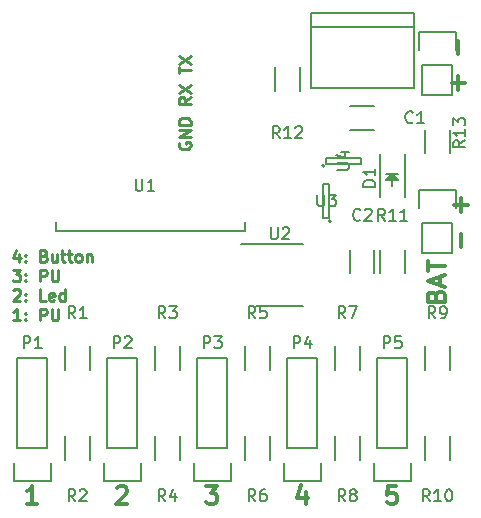
<source format=gto>
%TF.GenerationSoftware,KiCad,Pcbnew,4.0.2+dfsg1-stable*%
%TF.CreationDate,2016-09-15T08:37:13+02:00*%
%TF.ProjectId,esp8266-io-board,657370383236362D696F2D626F617264,rev?*%
%TF.FileFunction,Legend,Top*%
%FSLAX46Y46*%
G04 Gerber Fmt 4.6, Leading zero omitted, Abs format (unit mm)*
G04 Created by KiCad (PCBNEW 4.0.2+dfsg1-stable) date Thu Sep 15 08:37:13 2016*
%MOMM*%
G01*
G04 APERTURE LIST*
%ADD10C,0.350000*%
%ADD11C,0.250000*%
%ADD12C,0.300000*%
%ADD13C,0.150000*%
%ADD14C,0.152400*%
G04 APERTURE END LIST*
D10*
D11*
X128428667Y-95354714D02*
X128428667Y-96021381D01*
X128190571Y-94973762D02*
X127952476Y-95688048D01*
X128571524Y-95688048D01*
X128952476Y-95926143D02*
X129000095Y-95973762D01*
X128952476Y-96021381D01*
X128904857Y-95973762D01*
X128952476Y-95926143D01*
X128952476Y-96021381D01*
X128952476Y-95402333D02*
X129000095Y-95449952D01*
X128952476Y-95497571D01*
X128904857Y-95449952D01*
X128952476Y-95402333D01*
X128952476Y-95497571D01*
X130523905Y-95497571D02*
X130666762Y-95545190D01*
X130714381Y-95592810D01*
X130762000Y-95688048D01*
X130762000Y-95830905D01*
X130714381Y-95926143D01*
X130666762Y-95973762D01*
X130571524Y-96021381D01*
X130190571Y-96021381D01*
X130190571Y-95021381D01*
X130523905Y-95021381D01*
X130619143Y-95069000D01*
X130666762Y-95116619D01*
X130714381Y-95211857D01*
X130714381Y-95307095D01*
X130666762Y-95402333D01*
X130619143Y-95449952D01*
X130523905Y-95497571D01*
X130190571Y-95497571D01*
X131619143Y-95354714D02*
X131619143Y-96021381D01*
X131190571Y-95354714D02*
X131190571Y-95878524D01*
X131238190Y-95973762D01*
X131333428Y-96021381D01*
X131476286Y-96021381D01*
X131571524Y-95973762D01*
X131619143Y-95926143D01*
X131952476Y-95354714D02*
X132333428Y-95354714D01*
X132095333Y-95021381D02*
X132095333Y-95878524D01*
X132142952Y-95973762D01*
X132238190Y-96021381D01*
X132333428Y-96021381D01*
X132523905Y-95354714D02*
X132904857Y-95354714D01*
X132666762Y-95021381D02*
X132666762Y-95878524D01*
X132714381Y-95973762D01*
X132809619Y-96021381D01*
X132904857Y-96021381D01*
X133381048Y-96021381D02*
X133285810Y-95973762D01*
X133238191Y-95926143D01*
X133190572Y-95830905D01*
X133190572Y-95545190D01*
X133238191Y-95449952D01*
X133285810Y-95402333D01*
X133381048Y-95354714D01*
X133523906Y-95354714D01*
X133619144Y-95402333D01*
X133666763Y-95449952D01*
X133714382Y-95545190D01*
X133714382Y-95830905D01*
X133666763Y-95926143D01*
X133619144Y-95973762D01*
X133523906Y-96021381D01*
X133381048Y-96021381D01*
X134142953Y-95354714D02*
X134142953Y-96021381D01*
X134142953Y-95449952D02*
X134190572Y-95402333D01*
X134285810Y-95354714D01*
X134428668Y-95354714D01*
X134523906Y-95402333D01*
X134571525Y-95497571D01*
X134571525Y-96021381D01*
X127904857Y-96671381D02*
X128523905Y-96671381D01*
X128190571Y-97052333D01*
X128333429Y-97052333D01*
X128428667Y-97099952D01*
X128476286Y-97147571D01*
X128523905Y-97242810D01*
X128523905Y-97480905D01*
X128476286Y-97576143D01*
X128428667Y-97623762D01*
X128333429Y-97671381D01*
X128047714Y-97671381D01*
X127952476Y-97623762D01*
X127904857Y-97576143D01*
X128952476Y-97576143D02*
X129000095Y-97623762D01*
X128952476Y-97671381D01*
X128904857Y-97623762D01*
X128952476Y-97576143D01*
X128952476Y-97671381D01*
X128952476Y-97052333D02*
X129000095Y-97099952D01*
X128952476Y-97147571D01*
X128904857Y-97099952D01*
X128952476Y-97052333D01*
X128952476Y-97147571D01*
X130190571Y-97671381D02*
X130190571Y-96671381D01*
X130571524Y-96671381D01*
X130666762Y-96719000D01*
X130714381Y-96766619D01*
X130762000Y-96861857D01*
X130762000Y-97004714D01*
X130714381Y-97099952D01*
X130666762Y-97147571D01*
X130571524Y-97195190D01*
X130190571Y-97195190D01*
X131190571Y-96671381D02*
X131190571Y-97480905D01*
X131238190Y-97576143D01*
X131285809Y-97623762D01*
X131381047Y-97671381D01*
X131571524Y-97671381D01*
X131666762Y-97623762D01*
X131714381Y-97576143D01*
X131762000Y-97480905D01*
X131762000Y-96671381D01*
X127952476Y-98416619D02*
X128000095Y-98369000D01*
X128095333Y-98321381D01*
X128333429Y-98321381D01*
X128428667Y-98369000D01*
X128476286Y-98416619D01*
X128523905Y-98511857D01*
X128523905Y-98607095D01*
X128476286Y-98749952D01*
X127904857Y-99321381D01*
X128523905Y-99321381D01*
X128952476Y-99226143D02*
X129000095Y-99273762D01*
X128952476Y-99321381D01*
X128904857Y-99273762D01*
X128952476Y-99226143D01*
X128952476Y-99321381D01*
X128952476Y-98702333D02*
X129000095Y-98749952D01*
X128952476Y-98797571D01*
X128904857Y-98749952D01*
X128952476Y-98702333D01*
X128952476Y-98797571D01*
X130666762Y-99321381D02*
X130190571Y-99321381D01*
X130190571Y-98321381D01*
X131381048Y-99273762D02*
X131285810Y-99321381D01*
X131095333Y-99321381D01*
X131000095Y-99273762D01*
X130952476Y-99178524D01*
X130952476Y-98797571D01*
X131000095Y-98702333D01*
X131095333Y-98654714D01*
X131285810Y-98654714D01*
X131381048Y-98702333D01*
X131428667Y-98797571D01*
X131428667Y-98892810D01*
X130952476Y-98988048D01*
X132285810Y-99321381D02*
X132285810Y-98321381D01*
X132285810Y-99273762D02*
X132190572Y-99321381D01*
X132000095Y-99321381D01*
X131904857Y-99273762D01*
X131857238Y-99226143D01*
X131809619Y-99130905D01*
X131809619Y-98845190D01*
X131857238Y-98749952D01*
X131904857Y-98702333D01*
X132000095Y-98654714D01*
X132190572Y-98654714D01*
X132285810Y-98702333D01*
X128523905Y-100971381D02*
X127952476Y-100971381D01*
X128238190Y-100971381D02*
X128238190Y-99971381D01*
X128142952Y-100114238D01*
X128047714Y-100209476D01*
X127952476Y-100257095D01*
X128952476Y-100876143D02*
X129000095Y-100923762D01*
X128952476Y-100971381D01*
X128904857Y-100923762D01*
X128952476Y-100876143D01*
X128952476Y-100971381D01*
X128952476Y-100352333D02*
X129000095Y-100399952D01*
X128952476Y-100447571D01*
X128904857Y-100399952D01*
X128952476Y-100352333D01*
X128952476Y-100447571D01*
X130190571Y-100971381D02*
X130190571Y-99971381D01*
X130571524Y-99971381D01*
X130666762Y-100019000D01*
X130714381Y-100066619D01*
X130762000Y-100161857D01*
X130762000Y-100304714D01*
X130714381Y-100399952D01*
X130666762Y-100447571D01*
X130571524Y-100495190D01*
X130190571Y-100495190D01*
X131190571Y-99971381D02*
X131190571Y-100780905D01*
X131238190Y-100876143D01*
X131285809Y-100923762D01*
X131381047Y-100971381D01*
X131571524Y-100971381D01*
X131666762Y-100923762D01*
X131714381Y-100876143D01*
X131762000Y-100780905D01*
X131762000Y-99971381D01*
X141994000Y-85907143D02*
X141946381Y-86002381D01*
X141946381Y-86145238D01*
X141994000Y-86288096D01*
X142089238Y-86383334D01*
X142184476Y-86430953D01*
X142374952Y-86478572D01*
X142517810Y-86478572D01*
X142708286Y-86430953D01*
X142803524Y-86383334D01*
X142898762Y-86288096D01*
X142946381Y-86145238D01*
X142946381Y-86050000D01*
X142898762Y-85907143D01*
X142851143Y-85859524D01*
X142517810Y-85859524D01*
X142517810Y-86050000D01*
X142946381Y-85430953D02*
X141946381Y-85430953D01*
X142946381Y-84859524D01*
X141946381Y-84859524D01*
X142946381Y-84383334D02*
X141946381Y-84383334D01*
X141946381Y-84145239D01*
X141994000Y-84002381D01*
X142089238Y-83907143D01*
X142184476Y-83859524D01*
X142374952Y-83811905D01*
X142517810Y-83811905D01*
X142708286Y-83859524D01*
X142803524Y-83907143D01*
X142898762Y-84002381D01*
X142946381Y-84145239D01*
X142946381Y-84383334D01*
X142946381Y-82050000D02*
X142470190Y-82383334D01*
X142946381Y-82621429D02*
X141946381Y-82621429D01*
X141946381Y-82240476D01*
X141994000Y-82145238D01*
X142041619Y-82097619D01*
X142136857Y-82050000D01*
X142279714Y-82050000D01*
X142374952Y-82097619D01*
X142422571Y-82145238D01*
X142470190Y-82240476D01*
X142470190Y-82621429D01*
X141946381Y-81716667D02*
X142946381Y-81050000D01*
X141946381Y-81050000D02*
X142946381Y-81716667D01*
X141946381Y-80050000D02*
X141946381Y-79478571D01*
X142946381Y-79764286D02*
X141946381Y-79764286D01*
X141946381Y-79240476D02*
X142946381Y-78573809D01*
X141946381Y-78573809D02*
X142946381Y-79240476D01*
D12*
X165627857Y-77303572D02*
X165627857Y-78446429D01*
X165627857Y-80303572D02*
X165627857Y-81446429D01*
X165056429Y-80875000D02*
X166199286Y-80875000D01*
X163722857Y-98897142D02*
X163794286Y-98682856D01*
X163865714Y-98611428D01*
X164008571Y-98539999D01*
X164222857Y-98539999D01*
X164365714Y-98611428D01*
X164437143Y-98682856D01*
X164508571Y-98825714D01*
X164508571Y-99397142D01*
X163008571Y-99397142D01*
X163008571Y-98897142D01*
X163080000Y-98754285D01*
X163151429Y-98682856D01*
X163294286Y-98611428D01*
X163437143Y-98611428D01*
X163580000Y-98682856D01*
X163651429Y-98754285D01*
X163722857Y-98897142D01*
X163722857Y-99397142D01*
X164080000Y-97968571D02*
X164080000Y-97254285D01*
X164508571Y-98111428D02*
X163008571Y-97611428D01*
X164508571Y-97111428D01*
X163008571Y-96825714D02*
X163008571Y-95968571D01*
X164508571Y-96397142D02*
X163008571Y-96397142D01*
X165842143Y-94781428D02*
X165842143Y-93638571D01*
X165842143Y-91781428D02*
X165842143Y-90638571D01*
X166413571Y-91210000D02*
X165270714Y-91210000D01*
X160377144Y-115002571D02*
X159662858Y-115002571D01*
X159591429Y-115716857D01*
X159662858Y-115645429D01*
X159805715Y-115574000D01*
X160162858Y-115574000D01*
X160305715Y-115645429D01*
X160377144Y-115716857D01*
X160448572Y-115859714D01*
X160448572Y-116216857D01*
X160377144Y-116359714D01*
X160305715Y-116431143D01*
X160162858Y-116502571D01*
X159805715Y-116502571D01*
X159662858Y-116431143D01*
X159591429Y-116359714D01*
X152685715Y-115502571D02*
X152685715Y-116502571D01*
X152328572Y-114931143D02*
X151971429Y-116002571D01*
X152900001Y-116002571D01*
X144280001Y-115002571D02*
X145208572Y-115002571D01*
X144708572Y-115574000D01*
X144922858Y-115574000D01*
X145065715Y-115645429D01*
X145137144Y-115716857D01*
X145208572Y-115859714D01*
X145208572Y-116216857D01*
X145137144Y-116359714D01*
X145065715Y-116431143D01*
X144922858Y-116502571D01*
X144494286Y-116502571D01*
X144351429Y-116431143D01*
X144280001Y-116359714D01*
X136731429Y-115145429D02*
X136802858Y-115074000D01*
X136945715Y-115002571D01*
X137302858Y-115002571D01*
X137445715Y-115074000D01*
X137517144Y-115145429D01*
X137588572Y-115288286D01*
X137588572Y-115431143D01*
X137517144Y-115645429D01*
X136660001Y-116502571D01*
X137588572Y-116502571D01*
X129968572Y-116502571D02*
X129111429Y-116502571D01*
X129540001Y-116502571D02*
X129540001Y-115002571D01*
X129397144Y-115216857D01*
X129254286Y-115359714D01*
X129111429Y-115431143D01*
D13*
X161829900Y-74922540D02*
X153129900Y-74922540D01*
X161829900Y-81327540D02*
X153129900Y-81327540D01*
X153129900Y-81327540D02*
X153129900Y-74922540D01*
X153129900Y-76152540D02*
X161829900Y-76152540D01*
X161829900Y-74922540D02*
X161829900Y-81327540D01*
X148499000Y-99789300D02*
X152499000Y-99789300D01*
X147224000Y-94494300D02*
X152499000Y-94494300D01*
X146050000Y-111760000D02*
X146050000Y-104140000D01*
X143510000Y-111760000D02*
X143510000Y-104140000D01*
X143230000Y-114580000D02*
X143230000Y-113030000D01*
X146050000Y-104140000D02*
X143510000Y-104140000D01*
X143510000Y-111760000D02*
X146050000Y-111760000D01*
X146330000Y-113030000D02*
X146330000Y-114580000D01*
X146330000Y-114580000D02*
X143230000Y-114580000D01*
X138430000Y-111760000D02*
X138430000Y-104140000D01*
X135890000Y-111760000D02*
X135890000Y-104140000D01*
X135610000Y-114580000D02*
X135610000Y-113030000D01*
X138430000Y-104140000D02*
X135890000Y-104140000D01*
X135890000Y-111760000D02*
X138430000Y-111760000D01*
X138710000Y-113030000D02*
X138710000Y-114580000D01*
X138710000Y-114580000D02*
X135610000Y-114580000D01*
X130810000Y-111760000D02*
X130810000Y-104140000D01*
X128270000Y-111760000D02*
X128270000Y-104140000D01*
X127990000Y-114580000D02*
X127990000Y-113030000D01*
X130810000Y-104140000D02*
X128270000Y-104140000D01*
X128270000Y-111760000D02*
X130810000Y-111760000D01*
X131090000Y-113030000D02*
X131090000Y-114580000D01*
X131090000Y-114580000D02*
X127990000Y-114580000D01*
X134425000Y-103140000D02*
X134425000Y-105140000D01*
X132275000Y-105140000D02*
X132275000Y-103140000D01*
X132275000Y-112760000D02*
X132275000Y-110760000D01*
X134425000Y-110760000D02*
X134425000Y-112760000D01*
X153670000Y-111760000D02*
X153670000Y-104140000D01*
X151130000Y-111760000D02*
X151130000Y-104140000D01*
X150850000Y-114580000D02*
X150850000Y-113030000D01*
X153670000Y-104140000D02*
X151130000Y-104140000D01*
X151130000Y-111760000D02*
X153670000Y-111760000D01*
X153950000Y-113030000D02*
X153950000Y-114580000D01*
X153950000Y-114580000D02*
X150850000Y-114580000D01*
X161290000Y-111760000D02*
X161290000Y-104140000D01*
X158750000Y-111760000D02*
X158750000Y-104140000D01*
X158470000Y-114580000D02*
X158470000Y-113030000D01*
X161290000Y-104140000D02*
X158750000Y-104140000D01*
X158750000Y-111760000D02*
X161290000Y-111760000D01*
X161570000Y-113030000D02*
X161570000Y-114580000D01*
X161570000Y-114580000D02*
X158470000Y-114580000D01*
X142045000Y-103140000D02*
X142045000Y-105140000D01*
X139895000Y-105140000D02*
X139895000Y-103140000D01*
X139895000Y-112760000D02*
X139895000Y-110760000D01*
X142045000Y-110760000D02*
X142045000Y-112760000D01*
X149665000Y-103140000D02*
X149665000Y-105140000D01*
X147515000Y-105140000D02*
X147515000Y-103140000D01*
X147515000Y-112760000D02*
X147515000Y-110760000D01*
X149665000Y-110760000D02*
X149665000Y-112760000D01*
X157285000Y-103140000D02*
X157285000Y-105140000D01*
X155135000Y-105140000D02*
X155135000Y-103140000D01*
X155135000Y-112760000D02*
X155135000Y-110760000D01*
X157285000Y-110760000D02*
X157285000Y-112760000D01*
X164905000Y-103140000D02*
X164905000Y-105140000D01*
X162755000Y-105140000D02*
X162755000Y-103140000D01*
X162755000Y-112760000D02*
X162755000Y-110760000D01*
X164905000Y-110760000D02*
X164905000Y-112760000D01*
X158480000Y-82795000D02*
X156480000Y-82795000D01*
X156480000Y-84845000D02*
X158480000Y-84845000D01*
X154848000Y-92566700D02*
G75*
G03X154848000Y-92566700I-100000J0D01*
G01*
X154198000Y-92316700D02*
X154698000Y-92316700D01*
X154198000Y-89416700D02*
X154198000Y-92316700D01*
X154698000Y-89416700D02*
X154198000Y-89416700D01*
X154698000Y-92316700D02*
X154698000Y-89416700D01*
X165100000Y-79375000D02*
X165100000Y-81915000D01*
X165380000Y-76555000D02*
X165380000Y-78105000D01*
X165100000Y-79375000D02*
X162560000Y-79375000D01*
X162280000Y-78105000D02*
X162280000Y-76555000D01*
X162280000Y-76555000D02*
X165380000Y-76555000D01*
X162560000Y-79375000D02*
X162560000Y-81915000D01*
X162560000Y-81915000D02*
X165100000Y-81915000D01*
X156455000Y-94980000D02*
X156455000Y-96980000D01*
X158505000Y-96980000D02*
X158505000Y-94980000D01*
X158970000Y-86899900D02*
X158970000Y-90499900D01*
X161070000Y-86899900D02*
X161070000Y-90499900D01*
X160320000Y-88949900D02*
X159720000Y-88949900D01*
X159720000Y-88949900D02*
X160020000Y-88649900D01*
X160020000Y-88649900D02*
X160220000Y-88849900D01*
X160220000Y-88849900D02*
X159970000Y-88849900D01*
X159970000Y-88849900D02*
X160020000Y-88799900D01*
X160520000Y-88549900D02*
X159520000Y-88549900D01*
X160020000Y-89049900D02*
X160020000Y-89549900D01*
X160020000Y-88549900D02*
X160520000Y-89049900D01*
X160520000Y-89049900D02*
X159520000Y-89049900D01*
X159520000Y-89049900D02*
X160020000Y-88549900D01*
X161095000Y-94980000D02*
X161095000Y-96980000D01*
X158945000Y-96980000D02*
X158945000Y-94980000D01*
X154290000Y-87860000D02*
G75*
G03X154290000Y-87860000I-100000J0D01*
G01*
X154440000Y-87210000D02*
X154440000Y-87710000D01*
X157340000Y-87210000D02*
X154440000Y-87210000D01*
X157340000Y-87710000D02*
X157340000Y-87210000D01*
X154440000Y-87710000D02*
X157340000Y-87710000D01*
X150055000Y-81550000D02*
X150055000Y-79550000D01*
X152205000Y-79550000D02*
X152205000Y-81550000D01*
X162755000Y-86820000D02*
X162755000Y-84820000D01*
X164905000Y-84820000D02*
X164905000Y-86820000D01*
D14*
X131521000Y-92625300D02*
X131521000Y-93387300D01*
X131521000Y-93387300D02*
X147523000Y-93387300D01*
X147523000Y-93387300D02*
X147523000Y-92625300D01*
D13*
X165100000Y-92710000D02*
X165100000Y-95250000D01*
X165380000Y-89890000D02*
X165380000Y-91440000D01*
X165100000Y-92710000D02*
X162560000Y-92710000D01*
X162280000Y-91440000D02*
X162280000Y-89890000D01*
X162280000Y-89890000D02*
X165380000Y-89890000D01*
X162560000Y-92710000D02*
X162560000Y-95250000D01*
X162560000Y-95250000D02*
X165100000Y-95250000D01*
X149737095Y-93094181D02*
X149737095Y-93903705D01*
X149784714Y-93998943D01*
X149832333Y-94046562D01*
X149927571Y-94094181D01*
X150118048Y-94094181D01*
X150213286Y-94046562D01*
X150260905Y-93998943D01*
X150308524Y-93903705D01*
X150308524Y-93094181D01*
X150737095Y-93189419D02*
X150784714Y-93141800D01*
X150879952Y-93094181D01*
X151118048Y-93094181D01*
X151213286Y-93141800D01*
X151260905Y-93189419D01*
X151308524Y-93284657D01*
X151308524Y-93379895D01*
X151260905Y-93522752D01*
X150689476Y-94094181D01*
X151308524Y-94094181D01*
X144041905Y-103322381D02*
X144041905Y-102322381D01*
X144422858Y-102322381D01*
X144518096Y-102370000D01*
X144565715Y-102417619D01*
X144613334Y-102512857D01*
X144613334Y-102655714D01*
X144565715Y-102750952D01*
X144518096Y-102798571D01*
X144422858Y-102846190D01*
X144041905Y-102846190D01*
X144946667Y-102322381D02*
X145565715Y-102322381D01*
X145232381Y-102703333D01*
X145375239Y-102703333D01*
X145470477Y-102750952D01*
X145518096Y-102798571D01*
X145565715Y-102893810D01*
X145565715Y-103131905D01*
X145518096Y-103227143D01*
X145470477Y-103274762D01*
X145375239Y-103322381D01*
X145089524Y-103322381D01*
X144994286Y-103274762D01*
X144946667Y-103227143D01*
X136421905Y-103322381D02*
X136421905Y-102322381D01*
X136802858Y-102322381D01*
X136898096Y-102370000D01*
X136945715Y-102417619D01*
X136993334Y-102512857D01*
X136993334Y-102655714D01*
X136945715Y-102750952D01*
X136898096Y-102798571D01*
X136802858Y-102846190D01*
X136421905Y-102846190D01*
X137374286Y-102417619D02*
X137421905Y-102370000D01*
X137517143Y-102322381D01*
X137755239Y-102322381D01*
X137850477Y-102370000D01*
X137898096Y-102417619D01*
X137945715Y-102512857D01*
X137945715Y-102608095D01*
X137898096Y-102750952D01*
X137326667Y-103322381D01*
X137945715Y-103322381D01*
X128801905Y-103322381D02*
X128801905Y-102322381D01*
X129182858Y-102322381D01*
X129278096Y-102370000D01*
X129325715Y-102417619D01*
X129373334Y-102512857D01*
X129373334Y-102655714D01*
X129325715Y-102750952D01*
X129278096Y-102798571D01*
X129182858Y-102846190D01*
X128801905Y-102846190D01*
X130325715Y-103322381D02*
X129754286Y-103322381D01*
X130040000Y-103322381D02*
X130040000Y-102322381D01*
X129944762Y-102465238D01*
X129849524Y-102560476D01*
X129754286Y-102608095D01*
X133183334Y-100782381D02*
X132850000Y-100306190D01*
X132611905Y-100782381D02*
X132611905Y-99782381D01*
X132992858Y-99782381D01*
X133088096Y-99830000D01*
X133135715Y-99877619D01*
X133183334Y-99972857D01*
X133183334Y-100115714D01*
X133135715Y-100210952D01*
X133088096Y-100258571D01*
X132992858Y-100306190D01*
X132611905Y-100306190D01*
X134135715Y-100782381D02*
X133564286Y-100782381D01*
X133850000Y-100782381D02*
X133850000Y-99782381D01*
X133754762Y-99925238D01*
X133659524Y-100020476D01*
X133564286Y-100068095D01*
X133183334Y-116276381D02*
X132850000Y-115800190D01*
X132611905Y-116276381D02*
X132611905Y-115276381D01*
X132992858Y-115276381D01*
X133088096Y-115324000D01*
X133135715Y-115371619D01*
X133183334Y-115466857D01*
X133183334Y-115609714D01*
X133135715Y-115704952D01*
X133088096Y-115752571D01*
X132992858Y-115800190D01*
X132611905Y-115800190D01*
X133564286Y-115371619D02*
X133611905Y-115324000D01*
X133707143Y-115276381D01*
X133945239Y-115276381D01*
X134040477Y-115324000D01*
X134088096Y-115371619D01*
X134135715Y-115466857D01*
X134135715Y-115562095D01*
X134088096Y-115704952D01*
X133516667Y-116276381D01*
X134135715Y-116276381D01*
X151661905Y-103322381D02*
X151661905Y-102322381D01*
X152042858Y-102322381D01*
X152138096Y-102370000D01*
X152185715Y-102417619D01*
X152233334Y-102512857D01*
X152233334Y-102655714D01*
X152185715Y-102750952D01*
X152138096Y-102798571D01*
X152042858Y-102846190D01*
X151661905Y-102846190D01*
X153090477Y-102655714D02*
X153090477Y-103322381D01*
X152852381Y-102274762D02*
X152614286Y-102989048D01*
X153233334Y-102989048D01*
X159281905Y-103322381D02*
X159281905Y-102322381D01*
X159662858Y-102322381D01*
X159758096Y-102370000D01*
X159805715Y-102417619D01*
X159853334Y-102512857D01*
X159853334Y-102655714D01*
X159805715Y-102750952D01*
X159758096Y-102798571D01*
X159662858Y-102846190D01*
X159281905Y-102846190D01*
X160758096Y-102322381D02*
X160281905Y-102322381D01*
X160234286Y-102798571D01*
X160281905Y-102750952D01*
X160377143Y-102703333D01*
X160615239Y-102703333D01*
X160710477Y-102750952D01*
X160758096Y-102798571D01*
X160805715Y-102893810D01*
X160805715Y-103131905D01*
X160758096Y-103227143D01*
X160710477Y-103274762D01*
X160615239Y-103322381D01*
X160377143Y-103322381D01*
X160281905Y-103274762D01*
X160234286Y-103227143D01*
X140803334Y-100782381D02*
X140470000Y-100306190D01*
X140231905Y-100782381D02*
X140231905Y-99782381D01*
X140612858Y-99782381D01*
X140708096Y-99830000D01*
X140755715Y-99877619D01*
X140803334Y-99972857D01*
X140803334Y-100115714D01*
X140755715Y-100210952D01*
X140708096Y-100258571D01*
X140612858Y-100306190D01*
X140231905Y-100306190D01*
X141136667Y-99782381D02*
X141755715Y-99782381D01*
X141422381Y-100163333D01*
X141565239Y-100163333D01*
X141660477Y-100210952D01*
X141708096Y-100258571D01*
X141755715Y-100353810D01*
X141755715Y-100591905D01*
X141708096Y-100687143D01*
X141660477Y-100734762D01*
X141565239Y-100782381D01*
X141279524Y-100782381D01*
X141184286Y-100734762D01*
X141136667Y-100687143D01*
X140803334Y-116276381D02*
X140470000Y-115800190D01*
X140231905Y-116276381D02*
X140231905Y-115276381D01*
X140612858Y-115276381D01*
X140708096Y-115324000D01*
X140755715Y-115371619D01*
X140803334Y-115466857D01*
X140803334Y-115609714D01*
X140755715Y-115704952D01*
X140708096Y-115752571D01*
X140612858Y-115800190D01*
X140231905Y-115800190D01*
X141660477Y-115609714D02*
X141660477Y-116276381D01*
X141422381Y-115228762D02*
X141184286Y-115943048D01*
X141803334Y-115943048D01*
X148423334Y-100782381D02*
X148090000Y-100306190D01*
X147851905Y-100782381D02*
X147851905Y-99782381D01*
X148232858Y-99782381D01*
X148328096Y-99830000D01*
X148375715Y-99877619D01*
X148423334Y-99972857D01*
X148423334Y-100115714D01*
X148375715Y-100210952D01*
X148328096Y-100258571D01*
X148232858Y-100306190D01*
X147851905Y-100306190D01*
X149328096Y-99782381D02*
X148851905Y-99782381D01*
X148804286Y-100258571D01*
X148851905Y-100210952D01*
X148947143Y-100163333D01*
X149185239Y-100163333D01*
X149280477Y-100210952D01*
X149328096Y-100258571D01*
X149375715Y-100353810D01*
X149375715Y-100591905D01*
X149328096Y-100687143D01*
X149280477Y-100734762D01*
X149185239Y-100782381D01*
X148947143Y-100782381D01*
X148851905Y-100734762D01*
X148804286Y-100687143D01*
X148423334Y-116276381D02*
X148090000Y-115800190D01*
X147851905Y-116276381D02*
X147851905Y-115276381D01*
X148232858Y-115276381D01*
X148328096Y-115324000D01*
X148375715Y-115371619D01*
X148423334Y-115466857D01*
X148423334Y-115609714D01*
X148375715Y-115704952D01*
X148328096Y-115752571D01*
X148232858Y-115800190D01*
X147851905Y-115800190D01*
X149280477Y-115276381D02*
X149090000Y-115276381D01*
X148994762Y-115324000D01*
X148947143Y-115371619D01*
X148851905Y-115514476D01*
X148804286Y-115704952D01*
X148804286Y-116085905D01*
X148851905Y-116181143D01*
X148899524Y-116228762D01*
X148994762Y-116276381D01*
X149185239Y-116276381D01*
X149280477Y-116228762D01*
X149328096Y-116181143D01*
X149375715Y-116085905D01*
X149375715Y-115847810D01*
X149328096Y-115752571D01*
X149280477Y-115704952D01*
X149185239Y-115657333D01*
X148994762Y-115657333D01*
X148899524Y-115704952D01*
X148851905Y-115752571D01*
X148804286Y-115847810D01*
X156043334Y-100782381D02*
X155710000Y-100306190D01*
X155471905Y-100782381D02*
X155471905Y-99782381D01*
X155852858Y-99782381D01*
X155948096Y-99830000D01*
X155995715Y-99877619D01*
X156043334Y-99972857D01*
X156043334Y-100115714D01*
X155995715Y-100210952D01*
X155948096Y-100258571D01*
X155852858Y-100306190D01*
X155471905Y-100306190D01*
X156376667Y-99782381D02*
X157043334Y-99782381D01*
X156614762Y-100782381D01*
X156043334Y-116276381D02*
X155710000Y-115800190D01*
X155471905Y-116276381D02*
X155471905Y-115276381D01*
X155852858Y-115276381D01*
X155948096Y-115324000D01*
X155995715Y-115371619D01*
X156043334Y-115466857D01*
X156043334Y-115609714D01*
X155995715Y-115704952D01*
X155948096Y-115752571D01*
X155852858Y-115800190D01*
X155471905Y-115800190D01*
X156614762Y-115704952D02*
X156519524Y-115657333D01*
X156471905Y-115609714D01*
X156424286Y-115514476D01*
X156424286Y-115466857D01*
X156471905Y-115371619D01*
X156519524Y-115324000D01*
X156614762Y-115276381D01*
X156805239Y-115276381D01*
X156900477Y-115324000D01*
X156948096Y-115371619D01*
X156995715Y-115466857D01*
X156995715Y-115514476D01*
X156948096Y-115609714D01*
X156900477Y-115657333D01*
X156805239Y-115704952D01*
X156614762Y-115704952D01*
X156519524Y-115752571D01*
X156471905Y-115800190D01*
X156424286Y-115895429D01*
X156424286Y-116085905D01*
X156471905Y-116181143D01*
X156519524Y-116228762D01*
X156614762Y-116276381D01*
X156805239Y-116276381D01*
X156900477Y-116228762D01*
X156948096Y-116181143D01*
X156995715Y-116085905D01*
X156995715Y-115895429D01*
X156948096Y-115800190D01*
X156900477Y-115752571D01*
X156805239Y-115704952D01*
X163663334Y-100782381D02*
X163330000Y-100306190D01*
X163091905Y-100782381D02*
X163091905Y-99782381D01*
X163472858Y-99782381D01*
X163568096Y-99830000D01*
X163615715Y-99877619D01*
X163663334Y-99972857D01*
X163663334Y-100115714D01*
X163615715Y-100210952D01*
X163568096Y-100258571D01*
X163472858Y-100306190D01*
X163091905Y-100306190D01*
X164139524Y-100782381D02*
X164330000Y-100782381D01*
X164425239Y-100734762D01*
X164472858Y-100687143D01*
X164568096Y-100544286D01*
X164615715Y-100353810D01*
X164615715Y-99972857D01*
X164568096Y-99877619D01*
X164520477Y-99830000D01*
X164425239Y-99782381D01*
X164234762Y-99782381D01*
X164139524Y-99830000D01*
X164091905Y-99877619D01*
X164044286Y-99972857D01*
X164044286Y-100210952D01*
X164091905Y-100306190D01*
X164139524Y-100353810D01*
X164234762Y-100401429D01*
X164425239Y-100401429D01*
X164520477Y-100353810D01*
X164568096Y-100306190D01*
X164615715Y-100210952D01*
X163187143Y-116276381D02*
X162853809Y-115800190D01*
X162615714Y-116276381D02*
X162615714Y-115276381D01*
X162996667Y-115276381D01*
X163091905Y-115324000D01*
X163139524Y-115371619D01*
X163187143Y-115466857D01*
X163187143Y-115609714D01*
X163139524Y-115704952D01*
X163091905Y-115752571D01*
X162996667Y-115800190D01*
X162615714Y-115800190D01*
X164139524Y-116276381D02*
X163568095Y-116276381D01*
X163853809Y-116276381D02*
X163853809Y-115276381D01*
X163758571Y-115419238D01*
X163663333Y-115514476D01*
X163568095Y-115562095D01*
X164758571Y-115276381D02*
X164853810Y-115276381D01*
X164949048Y-115324000D01*
X164996667Y-115371619D01*
X165044286Y-115466857D01*
X165091905Y-115657333D01*
X165091905Y-115895429D01*
X165044286Y-116085905D01*
X164996667Y-116181143D01*
X164949048Y-116228762D01*
X164853810Y-116276381D01*
X164758571Y-116276381D01*
X164663333Y-116228762D01*
X164615714Y-116181143D01*
X164568095Y-116085905D01*
X164520476Y-115895429D01*
X164520476Y-115657333D01*
X164568095Y-115466857D01*
X164615714Y-115371619D01*
X164663333Y-115324000D01*
X164758571Y-115276381D01*
X161758334Y-84177143D02*
X161710715Y-84224762D01*
X161567858Y-84272381D01*
X161472620Y-84272381D01*
X161329762Y-84224762D01*
X161234524Y-84129524D01*
X161186905Y-84034286D01*
X161139286Y-83843810D01*
X161139286Y-83700952D01*
X161186905Y-83510476D01*
X161234524Y-83415238D01*
X161329762Y-83320000D01*
X161472620Y-83272381D01*
X161567858Y-83272381D01*
X161710715Y-83320000D01*
X161758334Y-83367619D01*
X162710715Y-84272381D02*
X162139286Y-84272381D01*
X162425000Y-84272381D02*
X162425000Y-83272381D01*
X162329762Y-83415238D01*
X162234524Y-83510476D01*
X162139286Y-83558095D01*
X153686095Y-90319081D02*
X153686095Y-91128605D01*
X153733714Y-91223843D01*
X153781333Y-91271462D01*
X153876571Y-91319081D01*
X154067048Y-91319081D01*
X154162286Y-91271462D01*
X154209905Y-91223843D01*
X154257524Y-91128605D01*
X154257524Y-90319081D01*
X154638476Y-90319081D02*
X155257524Y-90319081D01*
X154924190Y-90700033D01*
X155067048Y-90700033D01*
X155162286Y-90747652D01*
X155209905Y-90795271D01*
X155257524Y-90890510D01*
X155257524Y-91128605D01*
X155209905Y-91223843D01*
X155162286Y-91271462D01*
X155067048Y-91319081D01*
X154781333Y-91319081D01*
X154686095Y-91271462D01*
X154638476Y-91223843D01*
X157313334Y-92432143D02*
X157265715Y-92479762D01*
X157122858Y-92527381D01*
X157027620Y-92527381D01*
X156884762Y-92479762D01*
X156789524Y-92384524D01*
X156741905Y-92289286D01*
X156694286Y-92098810D01*
X156694286Y-91955952D01*
X156741905Y-91765476D01*
X156789524Y-91670238D01*
X156884762Y-91575000D01*
X157027620Y-91527381D01*
X157122858Y-91527381D01*
X157265715Y-91575000D01*
X157313334Y-91622619D01*
X157694286Y-91622619D02*
X157741905Y-91575000D01*
X157837143Y-91527381D01*
X158075239Y-91527381D01*
X158170477Y-91575000D01*
X158218096Y-91622619D01*
X158265715Y-91717857D01*
X158265715Y-91813095D01*
X158218096Y-91955952D01*
X157646667Y-92527381D01*
X158265715Y-92527381D01*
X158567381Y-89638095D02*
X157567381Y-89638095D01*
X157567381Y-89400000D01*
X157615000Y-89257142D01*
X157710238Y-89161904D01*
X157805476Y-89114285D01*
X157995952Y-89066666D01*
X158138810Y-89066666D01*
X158329286Y-89114285D01*
X158424524Y-89161904D01*
X158519762Y-89257142D01*
X158567381Y-89400000D01*
X158567381Y-89638095D01*
X158567381Y-88114285D02*
X158567381Y-88685714D01*
X158567381Y-88400000D02*
X157567381Y-88400000D01*
X157710238Y-88495238D01*
X157805476Y-88590476D01*
X157853095Y-88685714D01*
X159377143Y-92527381D02*
X159043809Y-92051190D01*
X158805714Y-92527381D02*
X158805714Y-91527381D01*
X159186667Y-91527381D01*
X159281905Y-91575000D01*
X159329524Y-91622619D01*
X159377143Y-91717857D01*
X159377143Y-91860714D01*
X159329524Y-91955952D01*
X159281905Y-92003571D01*
X159186667Y-92051190D01*
X158805714Y-92051190D01*
X160329524Y-92527381D02*
X159758095Y-92527381D01*
X160043809Y-92527381D02*
X160043809Y-91527381D01*
X159948571Y-91670238D01*
X159853333Y-91765476D01*
X159758095Y-91813095D01*
X161281905Y-92527381D02*
X160710476Y-92527381D01*
X160996190Y-92527381D02*
X160996190Y-91527381D01*
X160900952Y-91670238D01*
X160805714Y-91765476D01*
X160710476Y-91813095D01*
X155342381Y-88221905D02*
X156151905Y-88221905D01*
X156247143Y-88174286D01*
X156294762Y-88126667D01*
X156342381Y-88031429D01*
X156342381Y-87840952D01*
X156294762Y-87745714D01*
X156247143Y-87698095D01*
X156151905Y-87650476D01*
X155342381Y-87650476D01*
X155675714Y-86745714D02*
X156342381Y-86745714D01*
X155294762Y-86983810D02*
X156009048Y-87221905D01*
X156009048Y-86602857D01*
X150487143Y-85542381D02*
X150153809Y-85066190D01*
X149915714Y-85542381D02*
X149915714Y-84542381D01*
X150296667Y-84542381D01*
X150391905Y-84590000D01*
X150439524Y-84637619D01*
X150487143Y-84732857D01*
X150487143Y-84875714D01*
X150439524Y-84970952D01*
X150391905Y-85018571D01*
X150296667Y-85066190D01*
X149915714Y-85066190D01*
X151439524Y-85542381D02*
X150868095Y-85542381D01*
X151153809Y-85542381D02*
X151153809Y-84542381D01*
X151058571Y-84685238D01*
X150963333Y-84780476D01*
X150868095Y-84828095D01*
X151820476Y-84637619D02*
X151868095Y-84590000D01*
X151963333Y-84542381D01*
X152201429Y-84542381D01*
X152296667Y-84590000D01*
X152344286Y-84637619D01*
X152391905Y-84732857D01*
X152391905Y-84828095D01*
X152344286Y-84970952D01*
X151772857Y-85542381D01*
X152391905Y-85542381D01*
X166187381Y-85732857D02*
X165711190Y-86066191D01*
X166187381Y-86304286D02*
X165187381Y-86304286D01*
X165187381Y-85923333D01*
X165235000Y-85828095D01*
X165282619Y-85780476D01*
X165377857Y-85732857D01*
X165520714Y-85732857D01*
X165615952Y-85780476D01*
X165663571Y-85828095D01*
X165711190Y-85923333D01*
X165711190Y-86304286D01*
X166187381Y-84780476D02*
X166187381Y-85351905D01*
X166187381Y-85066191D02*
X165187381Y-85066191D01*
X165330238Y-85161429D01*
X165425476Y-85256667D01*
X165473095Y-85351905D01*
X165187381Y-84447143D02*
X165187381Y-83828095D01*
X165568333Y-84161429D01*
X165568333Y-84018571D01*
X165615952Y-83923333D01*
X165663571Y-83875714D01*
X165758810Y-83828095D01*
X165996905Y-83828095D01*
X166092143Y-83875714D01*
X166139762Y-83923333D01*
X166187381Y-84018571D01*
X166187381Y-84304286D01*
X166139762Y-84399524D01*
X166092143Y-84447143D01*
X138303095Y-88987381D02*
X138303095Y-89796905D01*
X138350714Y-89892143D01*
X138398333Y-89939762D01*
X138493571Y-89987381D01*
X138684048Y-89987381D01*
X138779286Y-89939762D01*
X138826905Y-89892143D01*
X138874524Y-89796905D01*
X138874524Y-88987381D01*
X139874524Y-89987381D02*
X139303095Y-89987381D01*
X139588809Y-89987381D02*
X139588809Y-88987381D01*
X139493571Y-89130238D01*
X139398333Y-89225476D01*
X139303095Y-89273095D01*
M02*

</source>
